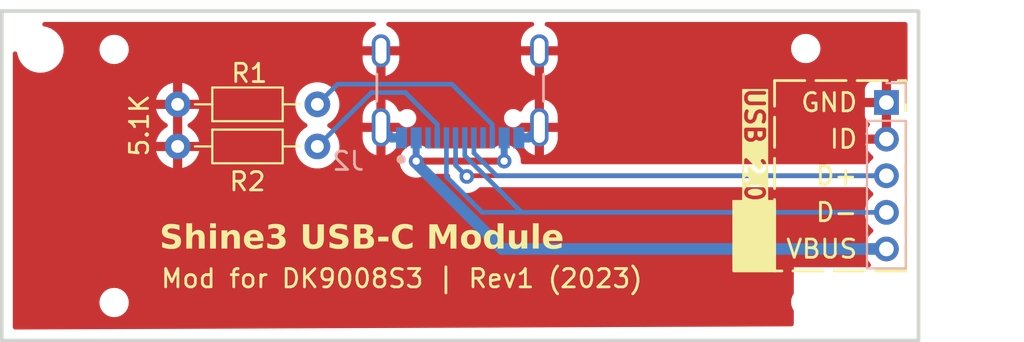
<source format=kicad_pcb>
(kicad_pcb (version 20221018) (generator pcbnew)
  (title_block (title "Shine3 USB-C Mod") (date "2023-08-09") (rev "1") (comment 1 "Author: Oscar Bergström"))
  (layers (0 "F.Cu" signal) (31 "B.Cu" signal) (34 "B.Paste" user) (35 "F.Paste" user) (36 "B.SilkS" user "B.Silkscreen") (37 "F.SilkS" user "F.Silkscreen") (38 "B.Mask" user) (39 "F.Mask" user) (44 "Edge.Cuts" user))
  (net 0 "")
  (net 1 "GND")
  (net 2 "/CONN_D+")
  (net 3 "/CONN_D-")
  (net 4 "/CONN_VBUS")
  (net 5 "Net-(J2-CC1)")
  (net 7 "Net-(J2-CC2)")
  (footprint "Resistor_THT:R_Axial_DIN0204_L3.6mm_D1.6mm_P7.62mm_Horizontal" (layer "F.Cu") (at 145.21 94.4 180)
    (fp_text reference "R2" (at 3.81 -1.92) (layer "F.SilkS"))
    (fp_text value "5.1K")
    (fp_line (start 0.94 0) (end 1.89 0) (stroke (width 0.12)) (layer "F.SilkS"))
    (fp_line (start 1.89 -0.92) (end 1.89 0.92) (stroke (width 0.12)) (layer "F.SilkS"))
    (fp_line (start 1.89 0.92) (end 5.73 0.92) (stroke (width 0.12)) (layer "F.SilkS"))
    (fp_line (start 5.73 -0.92) (end 1.89 -0.92) (stroke (width 0.12)) (layer "F.SilkS"))
    (fp_line (start 5.73 0.92) (end 5.73 -0.92) (stroke (width 0.12)) (layer "F.SilkS"))
    (fp_line (start 6.68 0) (end 5.73 0) (stroke (width 0.12)) (layer "F.SilkS"))
    (pad "1" thru_hole circle (at 0 0 180) (size 1.4 1.4) (drill 0.7) (layers "*.Cu" "*.Mask") (net 5 "Net-(J2-CC1)"))
    (pad "2" thru_hole oval (at 7.62 0 180) (size 1.4 1.4) (drill 0.7) (layers "*.Cu" "*.Mask") (net 1 "GND"))
  )
  (footprint "" (layer "F.Cu") (at 171.85 89.05)
    (fp_text reference "" (at 0 0) (layer "F.SilkS") (effects (font (size 1.27 1.27))))
    (fp_text value "" (at 0 0) (layer "F.SilkS") (effects (font (size 1.27 1.27))))
    (pad "" np_thru_hole circle (at 0 0) (size 1.25 1.25) (drill 1.25) (layers "*.Cu" "*.Mask"))
  )
  (footprint "MountingHole:MountingHole_2.2mm_M2_DIN965" (layer "F.Cu") (at 130.1 89.1)
    (fp_text reference "REF**" hide)
    (fp_text value "MountingHole_2.2mm_M2_DIN965" hide)
    (pad "" np_thru_hole circle (at 0 0) (size 2.2 2.2) (drill 2.2) (layers "*.Cu" "*.Mask"))
  )
  (footprint "" (layer "F.Cu") (at 171.85 102.9)
    (fp_text reference "" (at 0 0) (layer "F.SilkS") (effects (font (size 1.27 1.27))))
    (fp_text value "" (at 0 0) (layer "F.SilkS") (effects (font (size 1.27 1.27))))
    (pad "" np_thru_hole circle (at 0 0) (size 1.25 1.25) (drill 1.25) (layers "*.Cu" "*.Mask"))
  )
  (footprint "Resistor_THT:R_Axial_DIN0204_L3.6mm_D1.6mm_P7.62mm_Horizontal" (layer "F.Cu") (at 145.21 92.1 180)
    (fp_text reference "R1" (at 3.71 1.7) (layer "F.SilkS"))
    (fp_text value "5.1K")
    (fp_line (start 0.94 0) (end 1.89 0) (stroke (width 0.12)) (layer "F.SilkS"))
    (fp_line (start 1.89 -0.92) (end 1.89 0.92) (stroke (width 0.12)) (layer "F.SilkS"))
    (fp_line (start 1.89 0.92) (end 5.73 0.92) (stroke (width 0.12)) (layer "F.SilkS"))
    (fp_line (start 5.73 -0.92) (end 1.89 -0.92) (stroke (width 0.12)) (layer "F.SilkS"))
    (fp_line (start 5.73 0.92) (end 5.73 -0.92) (stroke (width 0.12)) (layer "F.SilkS"))
    (fp_line (start 6.68 0) (end 5.73 0) (stroke (width 0.12)) (layer "F.SilkS"))
    (pad "1" thru_hole circle (at 0 0 180) (size 1.4 1.4) (drill 0.7) (layers "*.Cu" "*.Mask") (net 7 "Net-(J2-CC2)"))
    (pad "2" thru_hole oval (at 7.62 0 180) (size 1.4 1.4) (drill 0.7) (layers "*.Cu" "*.Mask") (net 1 "GND"))
  )
  (footprint "" (layer "F.Cu") (at 134.125 102.925)
    (fp_text reference "" (at 0 0) (layer "F.SilkS") (effects (font (size 1.27 1.27))))
    (fp_text value "" (at 0 0) (layer "F.SilkS") (effects (font (size 1.27 1.27))))
    (pad "" np_thru_hole circle (at 0 0) (size 1.25 1.25) (drill 1.25) (layers "*.Cu" "*.Mask"))
  )
  (footprint "MountingHole:MountingHole_2.2mm_M2_DIN965" (layer "F.Cu") (at 175.9 102.9 180)
    (fp_text reference "REF**" hide)
    (fp_text value "MountingHole_2.2mm_M2_DIN965" hide)
    (pad "" np_thru_hole circle (at 0 0 180) (size 2.2 2.2) (drill 2.2) (layers "*.Cu" "*.Mask"))
  )
  (footprint "" (layer "F.Cu") (at 134.125 89.1)
    (fp_text reference "" (at 0 0) (layer "F.SilkS") (effects (font (size 1.27 1.27))))
    (fp_text value "" (at 0 0) (layer "F.SilkS") (effects (font (size 1.27 1.27))))
    (pad "" np_thru_hole circle (at 0 0) (size 1.25 1.25) (drill 1.25) (layers "F&B.Cu" "*.Mask"))
  )
  (footprint "Connector_PinHeader_2.00mm:PinHeader_1x05_P2.00mm_Vertical" (layer "B.Cu") (at 176.25 92 180)
    (fp_text reference "J1" hide)
    (fp_text value "Conn_01x05_Socket")
    (fp_line (start -1.06 -9.06) (end 1.06 -9.06) (stroke (width 0.12)) (layer "B.SilkS"))
    (fp_line (start -1.06 -1) (end -1.06 -9.06) (stroke (width 0.12)) (layer "B.SilkS"))
    (fp_line (start -1.06 -1) (end 1.06 -1) (stroke (width 0.12)) (layer "B.SilkS"))
    (fp_line (start -1.06 0) (end -1.06 1.06) (stroke (width 0.12)) (layer "B.SilkS"))
    (fp_line (start -1.06 1.06) (end 0 1.06) (stroke (width 0.12)) (layer "B.SilkS"))
    (fp_line (start 1.06 -1) (end 1.06 -9.06) (stroke (width 0.12)) (layer "B.SilkS"))
    (pad "1" thru_hole rect (at 0 0 180) (size 1.35 1.35) (drill 0.8) (layers "*.Cu" "*.Mask") (net 1 "GND"))
    (pad "2" thru_hole oval (at 0 -2 180) (size 1.35 1.35) (drill 0.8) (layers "*.Cu" "*.Mask") (net 1 "GND"))
    (pad "3" thru_hole oval (at 0 -4 180) (size 1.35 1.35) (drill 0.8) (layers "*.Cu" "*.Mask") (net 2 "/CONN_D+"))
    (pad "4" thru_hole oval (at 0 -6 180) (size 1.35 1.35) (drill 0.8) (layers "*.Cu" "*.Mask") (net 3 "/CONN_D-"))
    (pad "5" thru_hole oval (at 0 -8 180) (size 1.35 1.35) (drill 0.8) (layers "*.Cu" "*.Mask") (net 4 "/CONN_VBUS"))
  )
  (footprint "USB4105-GF-A-060:USB4105-GF-A-060-MFG" (layer "B.Cu") (at 153 90.25)
    (fp_text reference "J2" (at -5.145 4.95 180) (layer "B.SilkS") (effects (justify left mirror)))
    (fp_text value "USB4085-GF-A_REVB" hide)
    (fp_line (start -4.545 0.2) (end -4.545 1.679999) (stroke (width 0.15)) (layer "B.SilkS"))
    (fp_line (start 4.545 0.2) (end 4.545 1.679999) (stroke (width 0.15)) (layer "B.SilkS"))
    (fp_circle (center -3.22 4.854999) (end -3.095 4.854999) (stroke (width 0.25)) (fill none) (layer "B.SilkS"))
    (pad "" np_thru_hole circle (at -2.89 2.605) (size 0.65 0.65) (drill 0.65) (layers "F&B.Cu" "*.Mask") (clearance 0.01))
    (pad "" np_thru_hole circle (at 2.89 2.605) (size 0.65 0.65) (drill 0.65) (layers "F&B.Cu" "*.Mask"))
    (pad "A1-B12" smd rect (at -3.2 3.68) (size 0.6 1.15) (layers "B.Cu" "B.Paste" "B.Mask") (net 1 "GND"))
    (pad "A4-B9" smd rect (at -2.4 3.68) (size 0.6 1.15) (layers "B.Cu" "B.Paste" "B.Mask") (net 4 "/CONN_VBUS"))
    (pad "A5" smd rect (at -1.25 3.68) (size 0.3 1.15) (layers "B.Cu" "B.Paste" "B.Mask") (net 5 "Net-(J2-CC1)"))
    (pad "A6" smd rect (at -0.25 3.68) (size 0.3 1.15) (layers "B.Cu" "B.Paste" "B.Mask") (net 2 "/CONN_D+"))
    (pad "A7" smd rect (at 0.25 3.68) (size 0.3 1.15) (layers "B.Cu" "B.Paste" "B.Mask") (net 3 "/CONN_D-"))
    (pad "A8" smd rect (at 1.25 3.68) (size 0.3 1.15) (layers "B.Cu" "B.Paste" "B.Mask"))
    (pad "B1-A12" smd rect (at 3.2 3.68) (size 0.6 1.15) (layers "B.Cu" "B.Paste" "B.Mask") (net 1 "GND"))
    (pad "B4-A9" smd rect (at 2.4 3.68) (size 0.6 1.15) (layers "B.Cu" "B.Paste" "B.Mask") (net 4 "/CONN_VBUS"))
    (pad "B5" smd rect (at 1.75 3.68) (size 0.3 1.15) (layers "B.Cu" "B.Paste" "B.Mask") (net 7 "Net-(J2-CC2)"))
    (pad "B6" smd rect (at 0.75 3.68) (size 0.3 1.15) (layers "B.Cu" "B.Paste" "B.Mask") (net 2 "/CONN_D+"))
    (pad "B7" smd rect (at -0.75 3.68) (size 0.3 1.15) (layers "B.Cu" "B.Paste" "B.Mask") (net 3 "/CONN_D-"))
    (pad "B8" smd rect (at -1.75 3.68) (size 0.3 1.15) (layers "B.Cu" "B.Paste" "B.Mask"))
    (pad "S1" thru_hole oval (at -4.32 -1.075) (size 1 1.8) (drill oval 0.6 1.4) (layers "*.Cu" "*.Mask") (net 1 "GND"))
    (pad "S2" thru_hole oval (at 4.32 -1.075) (size 1 1.8) (drill oval 0.6 1.4) (layers "*.Cu" "*.Mask") (net 1 "GND"))
    (pad "S3" thru_hole oval (at -4.32 3.104999) (size 1 2.1) (drill oval 0.6 1.7) (layers "*.Cu" "*.Mask") (net 1 "GND"))
    (pad "S4" thru_hole oval (at 4.32 3.104999) (size 1 2.1) (drill oval 0.6 1.7) (layers "*.Cu" "*.Mask") (net 1 "GND"))
  )
  (gr_rect (start 170.15 90.8) (end 177.3 101.2) (stroke (width 0.15) (type dash)) (fill none) (layer "F.SilkS"))
  (gr_rect (start 167.920939 97.399617) (end 170.156133 101.199617) (stroke (width 0.15)) (fill solid) (layer "F.SilkS"))
  (gr_rect (start 128 87) (end 178 105) (stroke (width 0.2)) (fill none) (layer "Edge.Cuts"))
  (gr_text "Mod for DK9008S3 | Rev1 (2023)" (at 136.6 102.2) (layer "F.SilkS") (effects (font (size 1 1)) (justify left bottom)))
  (gr_text "Shine3 USB-C Module" (at 136.6 100.2) (layer "F.SilkS") (effects (font (size 1.3 1.3) (thickness 0.2) bold) (justify left bottom)))
  (gr_text "5.1K" (at 135.5 93.25 90) (layer "F.SilkS") (effects (font (size 1 1))))
  (gr_text "D-" (at 174.75 98) (layer "F.SilkS") (effects (font (size 1 1)) (justify right)))
  (gr_text "VBUS" (at 174.75 100) (layer "F.SilkS") (effects (font (size 1 1)) (justify right)))
  (gr_text "GND" (at 174.75 92) (layer "F.SilkS") (effects (font (size 1 1)) (justify right)))
  (gr_text "USB 2.0" (at 169.042268 94.306732 270) (layer "F.SilkS" knockout) (effects (font (size 1 1) (thickness 0.2) bold)))
  (gr_text "ID" (at 174.75 94) (layer "F.SilkS") (effects (font (size 1 1)) (justify right)))
  (gr_text "D+" (at 174.75 96) (layer "F.SilkS") (effects (font (size 1 1)) (justify right)))
  (segment (start 149.8 93.93) (end 149.255001 93.93) (width 0.508) (layer "B.Cu") (net 1))
  (segment (start 156.2 93.93) (end 156.744999 93.93) (width 0.508) (layer "B.Cu") (net 1))
  (segment (start 149.255001 93.93) (end 148.68 93.354999) (width 0.508) (layer "B.Cu") (net 1))
  (segment (start 156.744999 93.93) (end 157.32 93.354999) (width 0.508) (layer "B.Cu") (net 1))
  (segment (start 153.36076 96.03924) (end 153.4 96) (width 0.254) (layer "F.Cu") (net 2))
  (segment (start 153.4 96) (end 176.25 96) (width 0.254) (layer "F.Cu") (net 2))
  (via (at 153.36076 96.03924) (size 0.8) (drill 0.4) (layers "F.Cu" "B.Cu") (net 2))
  (segment (start 153.75 93.93) (end 153.75 94.759) (width 0.254) (layer "B.Cu") (net 2))
  (segment (start 153.75 94.759) (end 154.991 96) (width 0.254) (layer "B.Cu") (net 2))
  (segment (start 152.75 95.42848) (end 152.75 93.93) (width 0.254) (layer "B.Cu") (net 2))
  (segment (start 153.36076 96.03924) (end 152.75 95.42848) (width 0.254) (layer "B.Cu") (net 2))
  (segment (start 154.991 96) (end 176.25 96) (width 0.254) (layer "B.Cu") (net 2))
  (segment (start 153.25 94.901052) (end 156.348948 98) (width 0.254) (layer "B.Cu") (net 3))
  (segment (start 152.25 96.05) (end 154.2 98) (width 0.254) (layer "B.Cu") (net 3))
  (segment (start 156.348948 98) (end 176.25 98) (width 0.254) (layer "B.Cu") (net 3))
  (segment (start 153.25 93.93) (end 153.25 94.901052) (width 0.254) (layer "B.Cu") (net 3))
  (segment (start 154.2 98) (end 156.348948 98) (width 0.254) (layer "B.Cu") (net 3))
  (segment (start 152.25 93.93) (end 152.25 96.05) (width 0.254) (layer "B.Cu") (net 3))
  (segment (start 155.4 95.2) (end 150.6 95.2) (width 0.381) (layer "F.Cu") (net 4))
  (via (at 150.6 95.2) (size 0.8) (drill 0.4) (layers "F.Cu" "B.Cu") (net 4))
  (via (at 155.4 95.2) (size 0.8) (drill 0.4) (layers "F.Cu" "B.Cu") (net 4))
  (segment (start 150.6 95.131856) (end 150.6 95.131856) (width 0.381) (layer "B.Cu") (net 4))
  (segment (start 150.6 95.2) (end 150.668144 95.2) (width 0.381) (layer "B.Cu") (net 4))
  (segment (start 155.28854 100) (end 150.6 95.31146) (width 0.635) (layer "B.Cu") (net 4))
  (segment (start 150.6 95.31146) (end 150.6 95.2) (width 0.635) (layer "B.Cu") (net 4))
  (segment (start 150.6 95.131856) (end 150.6 95.2) (width 0.381) (layer "B.Cu") (net 4))
  (segment (start 155.4 93.93) (end 155.4 95.2) (width 0.381) (layer "B.Cu") (net 4))
  (segment (start 176.25 100) (end 155.28854 100) (width 0.635) (layer "B.Cu") (net 4))
  (segment (start 150.6 93.93) (end 150.6 95.131856) (width 0.381) (layer "B.Cu") (net 4))
  (segment (start 151.75 93.197) (end 150.007 91.454) (width 0.254) (layer "B.Cu") (net 5))
  (segment (start 148.156 91.454) (end 145.21 94.4) (width 0.254) (layer "B.Cu") (net 5))
  (segment (start 151.75 93.93) (end 151.75 93.197) (width 0.254) (layer "B.Cu") (net 5))
  (segment (start 150.007 91.454) (end 148.156 91.454) (width 0.254) (layer "B.Cu") (net 5))
  (segment (start 146.31 91) (end 145.21 92.1) (width 0.254) (layer "B.Cu") (net 7))
  (segment (start 154.75 93.197) (end 152.553 91) (width 0.254) (layer "B.Cu") (net 7))
  (segment (start 145.21 92.1) (end 145.3975 91.9125) (width 0.635) (layer "B.Cu") (net 7))
  (segment (start 154.75 93.93) (end 154.75 93.197) (width 0.254) (layer "B.Cu") (net 7))
  (segment (start 152.553 91) (end 146.31 91) (width 0.254) (layer "B.Cu") (net 7))
  (zone (net 0) (net_name "") (layer "F.Cu") (name "Adjust_GND_PLANE") (connect_pads (clearance 0)) (min_thickness 0.25)
    (keepout (tracks allowed) (vias allowed) (pads allowed) (copperpour not_allowed) (footprints allowed))
    (fill (thermal_gap 0.5) (thermal_bridge_width 0.5))
    (polygon (pts (xy 171.2 101) (xy 171.2 105) (xy 178 105) (xy 178 101)))
  )
  (zone (net 1) (net_name "GND") (layer "F.Cu") (name "GND_PLANE") (connect_pads (clearance 0.5)) (min_thickness 0.25) (fill yes (thermal_gap 0.5) (thermal_bridge_width 0.5))
    (polygon (pts (xy 128.6 87.6) (xy 128.6 104.4) (xy 177.4 104.2) (xy 177.4 87.6)))
  )
)
</source>
